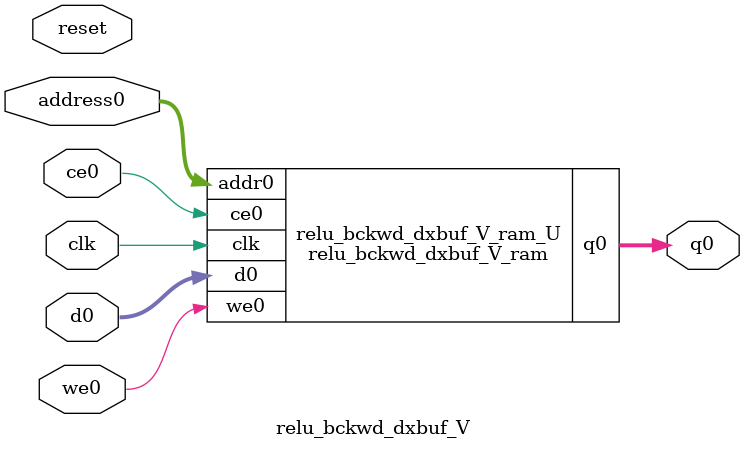
<source format=v>
`timescale 1 ns / 1 ps
module relu_bckwd_dxbuf_V_ram (addr0, ce0, d0, we0, q0,  clk);

parameter DWIDTH = 16;
parameter AWIDTH = 7;
parameter MEM_SIZE = 100;

input[AWIDTH-1:0] addr0;
input ce0;
input[DWIDTH-1:0] d0;
input we0;
output reg[DWIDTH-1:0] q0;
input clk;

reg [DWIDTH-1:0] ram[0:MEM_SIZE-1];




always @(posedge clk)  
begin 
    if (ce0) begin
        if (we0) 
            ram[addr0] <= d0; 
        q0 <= ram[addr0];
    end
end


endmodule

`timescale 1 ns / 1 ps
module relu_bckwd_dxbuf_V(
    reset,
    clk,
    address0,
    ce0,
    we0,
    d0,
    q0);

parameter DataWidth = 32'd16;
parameter AddressRange = 32'd100;
parameter AddressWidth = 32'd7;
input reset;
input clk;
input[AddressWidth - 1:0] address0;
input ce0;
input we0;
input[DataWidth - 1:0] d0;
output[DataWidth - 1:0] q0;



relu_bckwd_dxbuf_V_ram relu_bckwd_dxbuf_V_ram_U(
    .clk( clk ),
    .addr0( address0 ),
    .ce0( ce0 ),
    .we0( we0 ),
    .d0( d0 ),
    .q0( q0 ));

endmodule


</source>
